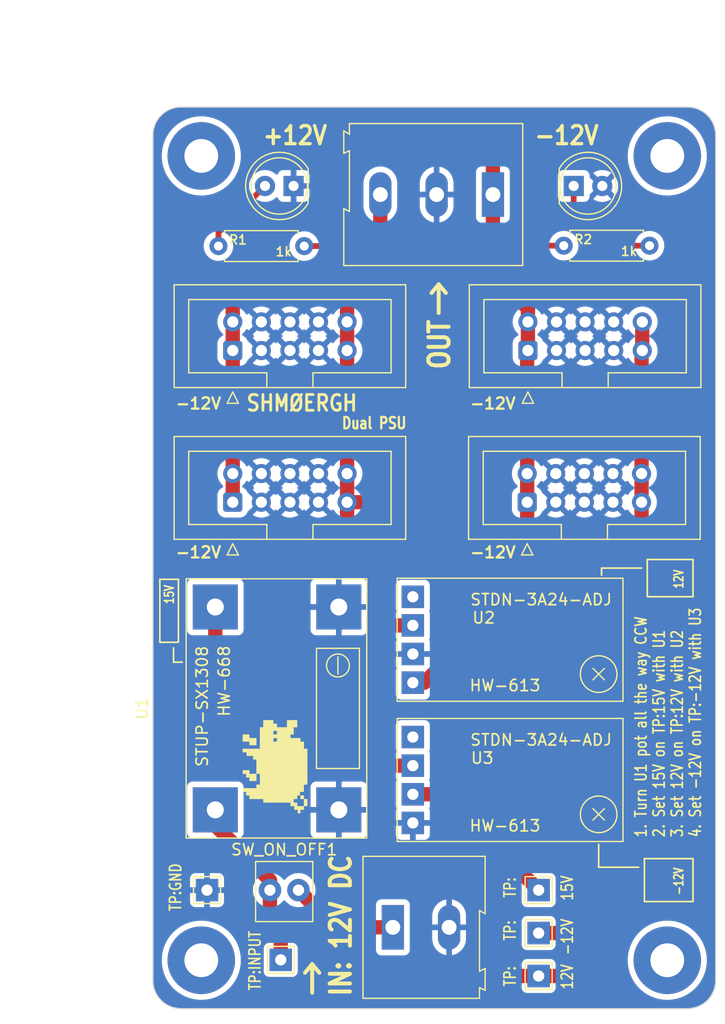
<source format=kicad_pcb>
(kicad_pcb (version 20221018) (generator pcbnew)
  (layers (0 "F.Cu" signal) (31 "B.Cu" signal) (34 "B.Paste" user) (35 "F.Paste" user) (36 "B.SilkS" user "B.Silkscreen") (37 "F.SilkS" user "F.Silkscreen") (38 "B.Mask" user) (39 "F.Mask" user) (44 "Edge.Cuts" user))
  (net 0 "")
  (net 1 "GND")
  (net 2 "OUT_-12V")
  (net 3 "OUT_12V")
  (net 4 "Net-(D1-A)")
  (net 5 "Net-(D2-K)")
  (net 6 "Net-(SW_ON_OFF1-A)")
  (net 7 "Net-(U1-Out+)")
  (net 8 "Net-(SW_ON_OFF1-B)")
  (footprint "Connector_IDC:IDC-Header_2x05_P2.54mm_Vertical" (layer "F.Cu") (at 155.820219 84.104586 90)
    (fp_text reference "J2" hide)
    (fp_text value "Conn_02x05_Odd_Even")
    (fp_line (start -4.68 -0.5) (end -4.68 0.5) (stroke (width 0.12)) (layer "F.SilkS"))
    (fp_line (start -4.68 0.5) (end -3.68 0) (stroke (width 0.12)) (layer "F.SilkS"))
    (fp_line (start -3.68 0) (end -4.68 -0.5) (stroke (width 0.12)) (layer "F.SilkS"))
    (fp_line (start -3.29 -5.21) (end 5.83 -5.21) (stroke (width 0.12)) (layer "F.SilkS"))
    (fp_line (start -3.29 3.03) (end -1.98 3.03) (stroke (width 0.12)) (layer "F.SilkS"))
    (fp_line (start -3.29 15.37) (end -3.29 -5.21) (stroke (width 0.12)) (layer "F.SilkS"))
    (fp_line (start -1.98 -3.91) (end 4.52 -3.91) (stroke (width 0.12)) (layer "F.SilkS"))
    (fp_line (start -1.98 3.03) (end -1.98 -3.91) (stroke (width 0.12)) (layer "F.SilkS"))
    (fp_line (start -1.98 7.13) (end -3.29 7.13) (stroke (width 0.12)) (layer "F.SilkS"))
    (fp_line (start -1.98 7.13) (end -1.98 7.13) (stroke (width 0.12)) (layer "F.SilkS"))
    (fp_line (start -1.98 14.07) (end -1.98 7.13) (stroke (width 0.12)) (layer "F.SilkS"))
    (fp_line (start 4.52 -3.91) (end 4.52 14.07) (stroke (width 0.12)) (layer "F.SilkS"))
    (fp_line (start 4.52 14.07) (end -1.98 14.07) (stroke (width 0.12)) (layer "F.SilkS"))
    (fp_line (start 5.83 -5.21) (end 5.83 15.37) (stroke (width 0.12)) (layer "F.SilkS"))
    (fp_line (start 5.83 15.37) (end -3.29 15.37) (stroke (width 0.12)) (layer "F.SilkS"))
    (pad "1" thru_hole roundrect (at 0 0 90) (size 1.7 1.7) (drill 1) (layers "*.Cu" "*.Mask") (roundrect_rratio 0.1470588235) (net 2 "OUT_-12V"))
    (pad "2" thru_hole circle (at 2.54 0 90) (size 1.7 1.7) (drill 1) (layers "*.Cu" "*.Mask") (net 2 "OUT_-12V"))
    (pad "3" thru_hole circle (at 0 2.54 90) (size 1.7 1.7) (drill 1) (layers "*.Cu" "*.Mask") (net 1 "GND"))
    (pad "4" thru_hole circle (at 2.54 2.54 90) (size 1.7 1.7) (drill 1) (layers "*.Cu" "*.Mask") (net 1 "GND"))
    (pad "5" thru_hole circle (at 0 5.08 90) (size 1.7 1.7) (drill 1) (layers "*.Cu" "*.Mask") (net 1 "GND"))
    (pad "6" thru_hole circle (at 2.54 5.08 90) (size 1.7 1.7) (drill 1) (layers "*.Cu" "*.Mask") (net 1 "GND"))
    (pad "7" thru_hole circle (at 0 7.62 90) (size 1.7 1.7) (drill 1) (layers "*.Cu" "*.Mask") (net 1 "GND"))
    (pad "8" thru_hole circle (at 2.54 7.62 90) (size 1.7 1.7) (drill 1) (layers "*.Cu" "*.Mask") (net 1 "GND"))
    (pad "9" thru_hole circle (at 0 10.16 90) (size 1.7 1.7) (drill 1) (layers "*.Cu" "*.Mask") (net 3 "OUT_12V"))
    (pad "10" thru_hole circle (at 2.54 10.16 90) (size 1.7 1.7) (drill 1) (layers "*.Cu" "*.Mask") (net 3 "OUT_12V"))
  )
  (footprint "Connector_IDC:IDC-Header_2x05_P2.54mm_Vertical" (layer "F.Cu") (at 129.594 97.566586 90)
    (fp_text reference "J4" hide)
    (fp_text value "Conn_02x05_Odd_Even")
    (fp_line (start -4.68 -0.5) (end -4.68 0.5) (stroke (width 0.12)) (layer "F.SilkS"))
    (fp_line (start -4.68 0.5) (end -3.68 0) (stroke (width 0.12)) (layer "F.SilkS"))
    (fp_line (start -3.68 0) (end -4.68 -0.5) (stroke (width 0.12)) (layer "F.SilkS"))
    (fp_line (start -3.29 -5.21) (end 5.83 -5.21) (stroke (width 0.12)) (layer "F.SilkS"))
    (fp_line (start -3.29 3.03) (end -1.98 3.03) (stroke (width 0.12)) (layer "F.SilkS"))
    (fp_line (start -3.29 15.37) (end -3.29 -5.21) (stroke (width 0.12)) (layer "F.SilkS"))
    (fp_line (start -1.98 -3.91) (end 4.52 -3.91) (stroke (width 0.12)) (layer "F.SilkS"))
    (fp_line (start -1.98 3.03) (end -1.98 -3.91) (stroke (width 0.12)) (layer "F.SilkS"))
    (fp_line (start -1.98 7.13) (end -3.29 7.13) (stroke (width 0.12)) (layer "F.SilkS"))
    (fp_line (start -1.98 7.13) (end -1.98 7.13) (stroke (width 0.12)) (layer "F.SilkS"))
    (fp_line (start -1.98 14.07) (end -1.98 7.13) (stroke (width 0.12)) (layer "F.SilkS"))
    (fp_line (start 4.52 -3.91) (end 4.52 14.07) (stroke (width 0.12)) (layer "F.SilkS"))
    (fp_line (start 4.52 14.07) (end -1.98 14.07) (stroke (width 0.12)) (layer "F.SilkS"))
    (fp_line (start 5.83 -5.21) (end 5.83 15.37) (stroke (width 0.12)) (layer "F.SilkS"))
    (fp_line (start 5.83 15.37) (end -3.29 15.37) (stroke (width 0.12)) (layer "F.SilkS"))
    (pad "1" thru_hole roundrect (at 0 0 90) (size 1.7 1.7) (drill 1) (layers "*.Cu" "*.Mask") (roundrect_rratio 0.1470588235) (net 2 "OUT_-12V"))
    (pad "2" thru_hole circle (at 2.54 0 90) (size 1.7 1.7) (drill 1) (layers "*.Cu" "*.Mask") (net 2 "OUT_-12V"))
    (pad "3" thru_hole circle (at 0 2.54 90) (size 1.7 1.7) (drill 1) (layers "*.Cu" "*.Mask") (net 1 "GND"))
    (pad "4" thru_hole circle (at 2.54 2.54 90) (size 1.7 1.7) (drill 1) (layers "*.Cu" "*.Mask") (net 1 "GND"))
    (pad "5" thru_hole circle (at 0 5.08 90) (size 1.7 1.7) (drill 1) (layers "*.Cu" "*.Mask") (net 1 "GND"))
    (pad "6" thru_hole circle (at 2.54 5.08 90) (size 1.7 1.7) (drill 1) (layers "*.Cu" "*.Mask") (net 1 "GND"))
    (pad "7" thru_hole circle (at 0 7.62 90) (size 1.7 1.7) (drill 1) (layers "*.Cu" "*.Mask") (net 1 "GND"))
    (pad "8" thru_hole circle (at 2.54 7.62 90) (size 1.7 1.7) (drill 1) (layers "*.Cu" "*.Mask") (net 1 "GND"))
    (pad "9" thru_hole circle (at 0 10.16 90) (size 1.7 1.7) (drill 1) (layers "*.Cu" "*.Mask") (net 3 "OUT_12V"))
    (pad "10" thru_hole circle (at 2.54 10.16 90) (size 1.7 1.7) (drill 1) (layers "*.Cu" "*.Mask") (net 3 "OUT_12V"))
  )
  (footprint "Shmoergh-PSU-Custom-Footprints:Gyeszno" (layer "F.Cu") (at 133.35 121.031 -90)
    (fp_text reference "G***" hide)
    (fp_text value "LOGO" hide)
    (fp_poly (pts (xy 2.8702 -2.8702) (xy 3.5052 -2.8702) (xy 3.5052 -2.5654) (xy 2.8702 -2.5654) (xy 2.8702 -2.8702)) (stroke (width 0.01)) (fill solid) (layer "F.SilkS"))
    (fp_poly (pts (xy 2.8702 -2.2606) (xy 2.5527 -2.2606) (xy 2.5527 -2.5654) (xy 2.8702 -2.5654) (xy 2.8702 -2.2606)) (stroke (width 0.01)) (fill solid) (layer "F.SilkS"))
    (fp_poly (pts (xy -1.905 2.2733) (xy -2.2225 2.2733) (xy -2.2225 2.8702) (xy -2.8575 2.8702) (xy -2.8575 2.2733) (xy -2.54 2.2733) (xy -2.54 1.651) (xy -1.905 1.651) (xy -1.905 2.2733)) (stroke (width 0.01)) (fill solid) (layer "F.SilkS"))
    (fp_poly (pts (xy 1.27 2.2733) (xy 0.9525 2.2733) (xy 0.9525 2.5654) (xy 0.635 2.5654) (xy 0.635 2.8702) (xy 0.3175 2.8702) (xy 0.3175 2.2733) (xy 0.635 2.2733) (xy 0.635 1.651) (xy 1.27 1.651) (xy 1.27 2.2733)) (stroke (width 0.01)) (fill solid) (layer "F.SilkS"))
    (fp_poly (pts (xy 1.6002 -2.5654) (xy 2.2352 -2.5654) (xy 2.2352 -2.2098) (xy 2.5527 -2.2098) (xy 2.5527 -1.9685) (xy 2.8702 -1.9685) (xy 2.8702 -1.6637) (xy 3.1877 -1.6637) (xy 3.1877 -1.9685) (xy 3.5052 -1.9685) (xy 3.5052 -2.5654) (xy 3.8227 -2.5654) (xy 3.8227 -2.2606) (xy 4.1402 -2.2606) (xy 4.1402 -2.0193) (xy 3.8227 -2.0193) (xy 3.8227 -1.7145) (xy 3.5052 -1.7145) (xy 3.5052 -1.3716) (xy 3.1877 -1.3716) (xy 3.1877 1.0414) (xy 2.8702 1.0414) (xy 2.8702 2.2733) (xy 2.5527 2.2733) (xy 2.5527 2.5654) (xy 2.2352 2.5654) (xy 2.2352 2.8702) (xy 1.9177 2.8702) (xy 1.9177 1.651) (xy 1.6002 1.651) (xy 1.6002 1.3462) (xy 0.635 1.3462) (xy 0.635 1.651) (xy -0.635 1.651) (xy -0.635 1.9431) (xy -0.9525 1.9431) (xy -0.9525 2.5146) (xy -1.27 2.5146) (xy -1.27 2.8702) (xy -1.5875 2.8702) (xy -1.5875 1.3462) (xy -3.4925 1.3462) (xy -3.4925 1.0414) (xy -4.1275 1.0414) (xy -4.1275 0.1524) (xy -3.81 0.1524) (xy -3.81 -0.1651) (xy -3.4925 -0.1651) (xy -3.175 -0.1651) (xy -3.175 0.1524) (xy -2.8575 0.1524) (xy -2.8575 -0.1651) (xy -2.54 -0.1651) (xy -2.54 0.1524) (xy -2.2225 0.1524) (xy -2.2225 -0.1651) (xy -2.54 -0.1651) (xy -2.8575 -0.1651) (xy -3.175 -0.1651) (xy -3.4925 -0.1651) (xy -3.4925 -1.0668) (xy -4.1275 -1.0668) (xy -4.1275 -1.9685) (xy -3.4925 -1.9685) (xy -3.4925 -1.6637) (xy -2.8575 -1.6637) (xy -2.8575 -1.3716) (xy -2.54 -1.3716) (xy -2.54 -2.2606) (xy -2.2225 -2.2606) (xy -2.2225 -2.5654) (xy -1.5875 -2.5654) (xy -1.5875 -2.8702) (xy 1.6002 -2.8702) (xy 1.6002 -2.5654)) (stroke (width 0.01)) (fill solid) (layer "F.SilkS"))
  )
  (footprint "TerminalBlock:TerminalBlock_Altech_AK300-3_P5.00mm" (layer "F.Cu") (at 152.708 70.266 180)
    (fp_text reference "J_OUT1" hide)
    (fp_text value "Conn_01x03_Male")
    (fp_line (start -2.65 -6.3) (end -2.65 6.3) (stroke (width 0.12)) (layer "F.SilkS"))
    (fp_line (start -2.65 6.3) (end 12.75 6.3) (stroke (width 0.12)) (layer "F.SilkS"))
    (fp_line (start 12.75 -1.5) (end 13.25 -1.25) (stroke (width 0.12)) (layer "F.SilkS"))
    (fp_line (start 12.75 3.9) (end 12.75 -1.5) (stroke (width 0.12)) (layer "F.SilkS"))
    (fp_line (start 12.75 5.35) (end 13.25 5.65) (stroke (width 0.12)) (layer "F.SilkS"))
    (fp_line (start 12.75 6.3) (end 12.75 5.35) (stroke (width 0.12)) (layer "F.SilkS"))
    (fp_line (start 13.25 -6.3) (end -2.65 -6.3) (stroke (width 0.12)) (layer "F.SilkS"))
    (fp_line (start 13.25 -1.25) (end 13.25 -6.3) (stroke (width 0.12)) (layer "F.SilkS"))
    (fp_line (start 13.25 3.65) (end 12.75 3.9) (stroke (width 0.12)) (layer "F.SilkS"))
    (fp_line (start 13.25 5.65) (end 13.25 3.65) (stroke (width 0.12)) (layer "F.SilkS"))
    (pad "1" thru_hole rect (at 0 0 180) (size 1.98 3.96) (drill 1.32) (layers "*.Cu" "*.Mask") (net 2 "OUT_-12V"))
    (pad "2" thru_hole oval (at 5 0 180) (size 1.98 3.96) (drill 1.32) (layers "*.Cu" "*.Mask") (net 1 "GND"))
    (pad "3" thru_hole oval (at 10 0 180) (size 1.98 3.96) (drill 1.32) (layers "*.Cu" "*.Mask") (net 3 "OUT_12V"))
  )
  (footprint "TestPoint:TestPoint_THTPad_2.0x2.0mm_Drill1.0mm" (layer "F.Cu") (at 156.772 139.608)
    (fp_text reference "TP_12V1" hide)
    (fp_text value "TestPoint")
    (fp_line (start -1.2 -1.2) (end 1.2 -1.2) (stroke (width 0.12)) (layer "F.SilkS"))
    (fp_line (start -1.2 1.2) (end -1.2 -1.2) (stroke (width 0.12)) (layer "F.SilkS"))
    (fp_line (start 1.2 -1.2) (end 1.2 1.2) (stroke (width 0.12)) (layer "F.SilkS"))
    (fp_line (start 1.2 1.2) (end -1.2 1.2) (stroke (width 0.12)) (layer "F.SilkS"))
    (pad "1" thru_hole rect (at 0 0) (size 2 2) (drill 1) (layers "*.Cu" "*.Mask") (net 3 "OUT_12V"))
  )
  (footprint "TerminalBlock:TerminalBlock_Altech_AK300-2_P5.00mm" (layer "F.Cu") (at 143.818 135.29)
    (fp_text reference "J_IN_12V1" hide)
    (fp_text value "Jack-DC")
    (fp_line (start -2.65 -6.3) (end -2.65 6.3) (stroke (width 0.12)) (layer "F.SilkS"))
    (fp_line (start -2.65 6.3) (end 7.7 6.3) (stroke (width 0.12)) (layer "F.SilkS"))
    (fp_line (start 7.7 -1.5) (end 8.2 -1.2) (stroke (width 0.12)) (layer "F.SilkS"))
    (fp_line (start 7.7 3.9) (end 7.7 -1.5) (stroke (width 0.12)) (layer "F.SilkS"))
    (fp_line (start 7.7 5.35) (end 8.2 5.6) (stroke (width 0.12)) (layer "F.SilkS"))
    (fp_line (start 7.7 6.3) (end 7.7 5.35) (stroke (width 0.12)) (layer "F.SilkS"))
    (fp_line (start 8.2 -6.3) (end -2.65 -6.3) (stroke (width 0.12)) (layer "F.SilkS"))
    (fp_line (start 8.2 -1.2) (end 8.2 -6.3) (stroke (width 0.12)) (layer "F.SilkS"))
    (fp_line (start 8.2 3.65) (end 7.7 3.9) (stroke (width 0.12)) (layer "F.SilkS"))
    (fp_line (start 8.2 3.7) (end 8.2 3.65) (stroke (width 0.12)) (layer "F.SilkS"))
    (fp_line (start 8.2 5.6) (end 8.2 3.7) (stroke (width 0.12)) (layer "F.SilkS"))
    (pad "1" thru_hole rect (at 0 0) (size 1.98 3.96) (drill 1.32) (layers "*.Cu" "*.Mask") (net 6 "Net-(SW_ON_OFF1-A)"))
    (pad "2" thru_hole oval (at 5 0) (size 1.98 3.96) (drill 1.32) (layers "*.Cu" "*.Mask") (net 1 "GND"))
  )
  (footprint "TestPoint:TestPoint_THTPad_2.0x2.0mm_Drill1.0mm" (layer "F.Cu") (at 156.772 131.988)
    (fp_text reference "TP_15V1" hide)
    (fp_text value "TestPoint")
    (fp_line (start -1.2 -1.2) (end 1.2 -1.2) (stroke (width 0.12)) (layer "F.SilkS"))
    (fp_line (start -1.2 1.2) (end -1.2 -1.2) (stroke (width 0.12)) (layer "F.SilkS"))
    (fp_line (start 1.2 -1.2) (end 1.2 1.2) (stroke (width 0.12)) (layer "F.SilkS"))
    (fp_line (start 1.2 1.2) (end -1.2 1.2) (stroke (width 0.12)) (layer "F.SilkS"))
    (pad "1" thru_hole rect (at 0 0) (size 2 2) (drill 1) (layers "*.Cu" "*.Mask") (net 7 "Net-(U1-Out+)"))
  )
  (footprint "Shmoergh-PSU-Custom-Footprints:NSL25_01x02_Vertical" (layer "F.Cu") (at 135.436 131.988 180)
    (fp_text reference "SW_ON_OFF1" (at 1.27 3.591 180) (layer "F.SilkS"))
    (fp_text value "SW_SPST")
    (fp_line (start -1.27 -2.794) (end 3.81 -2.794) (stroke (width 0.12)) (layer "F.SilkS"))
    (fp_line (start -1.27 2.54) (end -1.27 -2.794) (stroke (width 0.12)) (layer "F.SilkS"))
    (fp_line (start 3.81 -2.794) (end 3.81 2.54) (stroke (width 0.12)) (layer "F.SilkS"))
    (fp_line (start 3.81 2.54) (end -1.27 2.54) (stroke (width 0.12)) (layer "F.SilkS"))
    (pad "1" thru_hole circle (at 0 0 180) (size 2 2) (drill 1) (layers "*.Cu" "*.Mask") (net 6 "Net-(SW_ON_OFF1-A)"))
    (pad "2" thru_hole circle (at 2.54 0 180) (size 2 2) (drill 1) (layers "*.Cu" "*.Mask") (net 8 "Net-(SW_ON_OFF1-B)"))
  )
  (footprint "Shmoergh-PSU-Custom-Footprints:STUP-SX1308" (layer "F.Cu") (at 131.4484 115.864086 90)
    (fp_text reference "U1" (at 0 -9.906 90 unlocked) (layer "F.SilkS"))
    (fp_text value "STUP_SX1308")
    (fp_text user "HW-668" (at 5.6642 -2.6162 90 unlocked) (layer "F.SilkS") (effects (justify right)))
    (fp_text user "STUP-SX1308" (at 5.6388 -4.572 90 unlocked) (layer "F.SilkS") (effects (justify right)))
    (fp_line (start 3.048 7.493) (end 4.572 7.493) (stroke (width 0.12)) (layer "F.SilkS"))
    (fp_rect (start -11.5 -5.9944) (end 11.5 10.0516) (stroke (width 0.12)) (fill none) (layer "F.SilkS"))
    (fp_rect (start -5.334 5.588) (end 5.334 9.398) (stroke (width 0.12)) (fill none) (layer "F.SilkS"))
    (fp_circle (center 3.81 7.493) (end 4.826 7.493) (stroke (width 0.12)) (fill none) (layer "F.SilkS"))
    (pad "1" thru_hole rect (at -9 -3.4036 90) (size 4 4) (drill 1.508) (layers "*.Cu" "*.Mask") (net 8 "Net-(SW_ON_OFF1-B)"))
    (pad "2" thru_hole rect (at -9 7.5692 90) (size 4 4) (drill 1.508) (layers "*.Cu" "*.Mask") (net 1 "GND"))
    (pad "3" thru_hole rect (at 9 -3.4036 90) (size 4 4) (drill 1.508) (layers "*.Cu" "*.Mask") (net 7 "Net-(U1-Out+)"))
    (pad "4" thru_hole rect (at 9 7.5692 90) (size 4 4) (drill 1.508) (layers "*.Cu" "*.Mask") (net 1 "GND"))
  )
  (footprint "Shmoergh-PSU-Custom-Footprints:STDN-3A24-ADJ" (layer "F.Cu") (at 154.232 122.214086)
    (fp_text reference "U3" (at -2.467 -1.945086 unlocked) (layer "F.SilkS"))
    (fp_text value "STDN-3A24-ADJ")
    (fp_text user "HW-613" (at 2.794 4.064 unlocked) (layer "F.SilkS") (effects (justify right)))
    (fp_text user "STDN-3A24-ADJ" (at 9.144 -3.556 unlocked) (layer "F.SilkS") (effects (justify right)))
    (fp_line (start 7.366 2.54) (end 8.382 3.556) (stroke (width 0.12)) (layer "F.SilkS"))
    (fp_line (start 8.382 2.54) (end 7.366 3.556) (stroke (width 0.12)) (layer "F.SilkS"))
    (fp_rect (start -10.033 -5.461) (end 10.033 5.461) (stroke (width 0.12)) (fill none) (layer "F.SilkS"))
    (fp_circle (center 7.874 3.048) (end 9.144 4.064) (stroke (width 0.12)) (fill none) (layer "F.SilkS"))
    (pad "1" thru_hole rect (at -8.636 -3.81) (size 2 2) (drill 1) (layers "*.Cu" "*.Mask"))
    (pad "2" thru_hole rect (at -8.636 -1.27) (size 2 2) (drill 1) (layers "*.Cu" "*.Mask") (net 7 "Net-(U1-Out+)"))
    (pad "3" thru_hole rect (at -8.636 1.27) (size 2 2) (drill 1) (layers "*.Cu" "*.Mask") (net 2 "OUT_-12V"))
    (pad "4" thru_hole rect (at -8.636 3.81) (size 2 2) (drill 1) (layers "*.Cu" "*.Mask") (net 1 "GND"))
  )
  (footprint "Connector_IDC:IDC-Header_2x05_P2.54mm_Vertical" (layer "F.Cu") (at 155.756 97.566586 90)
    (fp_text reference "J1" hide)
    (fp_text value "Conn_02x05_Odd_Even")
    (fp_line (start -4.68 -0.5) (end -4.68 0.5) (stroke (width 0.12)) (layer "F.SilkS"))
    (fp_line (start -4.68 0.5) (end -3.68 0) (stroke (width 0.12)) (layer "F.SilkS"))
    (fp_line (start -3.68 0) (end -4.68 -0.5) (stroke (width 0.12)) (layer "F.SilkS"))
    (fp_line (start -3.29 -5.21) (end 5.83 -5.21) (stroke (width 0.12)) (layer "F.SilkS"))
    (fp_line (start -3.29 3.03) (end -1.98 3.03) (stroke (width 0.12)) (layer "F.SilkS"))
    (fp_line (start -3.29 15.37) (end -3.29 -5.21) (stroke (width 0.12)) (layer "F.SilkS"))
    (fp_line (start -1.98 -3.91) (end 4.52 -3.91) (stroke (width 0.12)) (layer "F.SilkS"))
    (fp_line (start -1.98 3.03) (end -1.98 -3.91) (stroke (width 0.12)) (layer "F.SilkS"))
    (fp_line (start -1.98 7.13) (end -3.29 7.13) (stroke (width 0.12)) (layer "F.SilkS"))
    (fp_line (start -1.98 7.13) (end -1.98 7.13) (stroke (width 0.12)) (layer "F.SilkS"))
    (fp_line (start -1.98 14.07) (end -1.98 7.13) (stroke (width 0.12)) (layer "F.SilkS"))
    (fp_line (start 4.52 -3.91) (end 4.52 14.07) (stroke (width 0.12)) (layer "F.SilkS"))
    (fp_line (start 4.52 14.07) (end -1.98 14.07) (stroke (width 0.12)) (layer "F.SilkS"))
    (fp_line (start 5.83 -5.21) (end 5.83 15.37) (stroke (width 0.12)) (layer "F.SilkS"))
    (fp_line (start 5.83 15.37) (end -3.29 15.37) (stroke (width 0.12)) (layer "F.SilkS"))
    (pad "1" thru_hole roundrect (at 0 0 90) (size 1.7 1.7) (drill 1) (layers "*.Cu" "*.Mask") (roundrect_rratio 0.1470588235) (net 2 "OUT_-12V"))
    (pad "2" thru_hole circle (at 2.54 0 90) (size 1.7 1.7) (drill 1) (layers "*.Cu" "*.Mask") (net 2 "OUT_-12V"))
    (pad "3" thru_hole circle (at 0 2.54 90) (size 1.7 1.7) (drill 1) (layers "*.Cu" "*.Mask") (net 1 "GND"))
    (pad "4" thru_hole circle (at 2.54 2.54 90) (size 1.7 1.7) (drill 1) (layers "*.Cu" "*.Mask") (net 1 "GND"))
    (pad "5" thru_hole circle (at 0 5.08 90) (size 1.7 1.7) (drill 1) (layers "*.Cu" "*.Mask") (net 1 "GND"))
    (pad "6" thru_hole circle (at 2.54 5.08 90) (size 1.7 1.7) (drill 1) (layers "*.Cu" "*.Mask") (net 1 "GND"))
    (pad "7" thru_hole circle (at 0 7.62 90) (size 1.7 1.7) (drill 1) (layers "*.Cu" "*.Mask") (net 1 "GND"))
    (pad "8" thru_hole circle (at 2.54 7.62 90) (size 1.7 1.7) (drill 1) (layers "*.Cu" "*.Mask") (net 1 "GND"))
    (pad "9" thru_hole circle (at 0 10.16 90) (size 1.7 1.7) (drill 1) (layers "*.Cu" "*.Mask") (net 3 "OUT_12V"))
    (pad "10" thru_hole circle (at 2.54 10.16 90) (size 1.7 1.7) (drill 1) (layers "*.Cu" "*.Mask") (net 3 "OUT_12V"))
  )
  (footprint "TestPoint:TestPoint_THTPad_2.0x2.0mm_Drill1.0mm" (layer "F.Cu") (at 127.308 131.988)
    (fp_text reference "TP_GND1" hide)
    (fp_text value "TestPoint")
    (fp_line (start -1.2 -1.2) (end 1.2 -1.2) (stroke (width 0.12)) (layer "F.SilkS"))
    (fp_line (start -1.2 1.2) (end -1.2 -1.2) (stroke (width 0.12)) (layer "F.SilkS"))
    (fp_line (start 1.2 -1.2) (end 1.2 1.2) (stroke (width 0.12)) (layer "F.SilkS"))
    (fp_line (start 1.2 1.2) (end -1.2 1.2) (stroke (width 0.12)) (layer "F.SilkS"))
    (pad "1" thru_hole rect (at 0 0) (size 2 2) (drill 1) (layers "*.Cu" "*.Mask") (net 1 "GND"))
  )
  (footprint "Shmoergh-PSU-Custom-Footprints:R_Axial_DIN0207_L6.3mm_D2.5mm_P7.62mm_Horizontal" (layer "F.Cu") (at 128.324 74.838)
    (fp_text reference "R1" (at 0.85 -0.55) (layer "F.SilkS") (effects (font (size 0.8 0.8)) (justify left)))
    (fp_text value "1k" (at 6.6 0.5) (layer "F.SilkS") (effects (font (size 0.8 0.8)) (justify right)))
    (fp_line (start 0.54 -1.37) (end 7.08 -1.37) (stroke (width 0.12)) (layer "F.SilkS"))
    (fp_line (start 0.54 -1.04) (end 0.54 -1.37) (stroke (width 0.12)) (layer "F.SilkS"))
    (fp_line (start 0.54 1.04) (end 0.54 1.37) (stroke (width 0.12)) (layer "F.SilkS"))
    (fp_line (start 0.54 1.37) (end 7.08 1.37) (stroke (width 0.12)) (layer "F.SilkS"))
    (fp_line (start 7.08 -1.37) (end 7.08 -1.04) (stroke (width 0.12)) (layer "F.SilkS"))
    (fp_line (start 7.08 1.37) (end 7.08 1.04) (stroke (width 0.12)) (layer "F.SilkS"))
    (pad "1" thru_hole circle (at 0 0) (size 1.6 1.6) (drill 0.8) (layers "*.Cu" "*.Mask") (net 4 "Net-(D1-A)"))
    (pad "2" thru_hole oval (at 7.62 0) (size 1.6 1.6) (drill 0.8) (layers "*.Cu" "*.Mask") (net 3 "OUT_12V"))
  )
  (footprint "MountingHole:MountingHole_3mm_Pad" (layer "F.Cu") (at 126.8 66.837)
    (fp_text reference "H1" hide)
    (fp_text value "MountingHole")
    (pad "1" thru_hole circle (at 0 0) (size 6 6) (drill 3) (layers "*.Cu" "*.Mask"))
  )
  (footprint "MountingHole:MountingHole_3mm_Pad" (layer "F.Cu") (at 168.202 66.837)
    (fp_text reference "H2" hide)
    (fp_text value "MountingHole")
    (pad "1" thru_hole circle (at 0 0) (size 6 6) (drill 3) (layers "*.Cu" "*.Mask"))
  )
  (footprint "LED_THT:LED_D5.0mm" (layer "F.Cu") (at 159.888 69.504)
    (fp_text reference "D2" hide)
    (fp_text value "Red LED")
    (fp_line (start -1.29 -1.545) (end -1.29 1.545) (stroke (width 0.12)) (layer "F.SilkS"))
    (fp_arc (start -1.29 -1.54483) (mid 2.072002 -2.880433) (end 4.26 0.000462) (stroke (width 0.12)) (layer "F.SilkS"))
    (fp_arc (start 4.26 -0.000462) (mid 2.072002 2.880433) (end -1.29 1.54483) (stroke (width 0.12)) (layer "F.SilkS"))
    (fp_circle (center 1.27 0) (end 3.77 0) (stroke (width 0.12)) (fill none) (layer "F.SilkS"))
    (pad "1" thru_hole rect (at 0 0) (size 1.8 1.8) (drill 0.9) (layers "*.Cu" "*.Mask") (net 5 "Net-(D2-K)"))
    (pad "2" thru_hole circle (at 2.54 0) (size 1.8 1.8) (drill 0.9) (layers "*.Cu" "*.Mask") (net 1 "GND"))
  )
  (footprint "Shmoergh-PSU-Custom-Footprints:STDN-3A24-ADJ" (layer "F.Cu") (at 154.232 109.768086)
    (fp_text reference "U2" (at -2.34 -1.945086 unlocked) (layer "F.SilkS"))
    (fp_text value "STDN-3A24-ADJ")
    (fp_text user "STDN-3A24-ADJ" (at 9.144 -3.556 unlocked) (layer "F.SilkS") (effects (justify right)))
    (fp_text user "HW-613" (at 2.794 4.064 unlocked) (layer "F.SilkS") (effects (justify right)))
    (fp_line (start 7.366 2.54) (end 8.382 3.556) (stroke (width 0.12)) (layer "F.SilkS"))
    (fp_line (start 8.382 2.54) (end 7.366 3.556) (stroke (width 0.12)) (layer "F.SilkS"))
    (fp_rect (start -10.033 -5.461) (end 10.033 5.461) (stroke (width 0.12)) (fill none) (layer "F.SilkS"))
    (fp_circle (center 7.874 3.048) (end 9.144 4.064) (stroke (width 0.12)) (fill none) (layer "F.SilkS"))
    (pad "1" thru_hole rect (at -8.636 -3.81) (size 2 2) (drill 1) (layers "*.Cu" "*.Mask"))
    (pad "2" thru_hole rect (at -8.636 -1.27) (size 2 2) (drill 1) (layers "*.Cu" "*.Mask") (net 7 "Net-(U1-Out+)"))
    (pad "3" thru_hole rect (at -8.636 1.27) (size 2 2) (drill 1) (layers "*.Cu" "*.Mask") (net 1 "GND"))
    (pad "4" thru_hole rect (at -8.636 3.81) (size 2 2) (drill 1) (layers "*.Cu" "*.Mask") (net 3 "OUT_12V"))
  )
  (footprint "MountingHole:MountingHole_3mm_Pad" (layer "F.Cu") (at 168.202 138.211)
    (fp_text reference "H4" hide)
    (fp_text value "MountingHole")
    (pad "1" thru_hole circle (at 0 0) (size 6 6) (drill 3) (layers "*.Cu" "*.Mask"))
  )
  (footprint "LED_THT:LED_D5.0mm" (layer "F.Cu") (at 135.001 69.504 180)
    (fp_text reference "D1" hide)
    (fp_text value "Green LED")
    (fp_line (start -1.29 -1.545) (end -1.29 1.545) (stroke (width 0.12)) (layer "F.SilkS"))
    (fp_arc (start -1.29 -1.54483) (mid 2.072002 -2.880433) (end 4.26 0.000462) (stroke (width 0.12)) (layer "F.SilkS"))
    (fp_arc (start 4.26 -0.000462) (mid 2.072002 2.880433) (end -1.29 1.54483) (stroke (width 0.12)) (layer "F.SilkS"))
    (fp_circle (center 1.27 0) (end 3.77 0) (stroke (width 0.12)) (fill none) (layer "F.SilkS"))
    (pad "1" thru_hole rect (at 0 0 180) (size 1.8 1.8) (drill 0.9) (layers "*.Cu" "*.Mask") (net 1 "GND"))
    (pad "2" thru_hole circle (at 2.54 0 180) (size 1.8 1.8) (drill 0.9) (layers "*.Cu" "*.Mask") (net 4 "Net-(D1-A)"))
  )
  (footprint "Connector_IDC:IDC-Header_2x05_P2.54mm_Vertical" (layer "F.Cu") (at 129.594 84.104586 90)
    (fp_text reference "J3" hide)
    (fp_text value "Conn_02x05_Odd_Even")
    (fp_line (start -4.68 -0.5) (end -4.68 0.5) (stroke (width 0.12)) (layer "F.SilkS"))
    (fp_line (start -4.68 0.5) (end -3.68 0) (stroke (width 0.12)) (layer "F.SilkS"))
    (fp_line (start -3.68 0) (end -4.68 -0.5) (stroke (width 0.12)) (layer "F.SilkS"))
    (fp_line (start -3.29 -5.21) (end 5.83 -5.21) (stroke (width 0.12)) (layer "F.SilkS"))
    (fp_line (start -3.29 3.03) (end -1.98 3.03) (stroke (width 0.12)) (layer "F.SilkS"))
    (fp_line (start -3.29 15.37) (end -3.29 -5.21) (stroke (width 0.12)) (layer "F.SilkS"))
    (fp_line (start -1.98 -3.91) (end 4.52 -3.91) (stroke (width 0.12)) (layer "F.SilkS"))
    (fp_line (start -1.98 3.03) (end -1.98 -3.91) (stroke (width 0.12)) (layer "F.SilkS"))
    (fp_line (start -1.98 7.13) (end -3.29 7.13) (stroke (width 0.12)) (layer "F.SilkS"))
    (fp_line (start -1.98 7.13) (end -1.98 7.13) (stroke (width 0.12)) (layer "F.SilkS"))
    (fp_line (start -1.98 14.07) (end -1.98 7.13) (stroke (width 0.12)) (layer "F.SilkS"))
    (fp_line (start 4.52 -3.91) (end 4.52 14.07) (stroke (width 0.12)) (layer "F.SilkS"))
    (fp_line (start 4.52 14.07) (end -1.98 14.07) (stroke (width 0.12)) (layer "F.SilkS"))
    (fp_line (start 5.83 -5.21) (end 5.83 15.37) (stroke (width 0.12)) (layer "F.SilkS"))
    (fp_line (start 5.83 15.37) (end -3.29 15.37) (stroke (width 0.12)) (layer "F.SilkS"))
    (pad "1" thru_hole roundrect (at 0 0 90) (size 1.7 1.7) (drill 1) (layers "*.Cu" "*.Mask") (roundrect_rratio 0.1470588235) (net 2 "OUT_-12V"))
    (pad "2" thru_hole circle (at 2.54 0 90) (size 1.7 1.7) (drill 1) (layers "*.Cu" "*.Mask") (net 2 "OUT_-12V"))
    (pad "3" thru_hole circle (at 0 2.54 90) (size 1.7 1.7) (drill 1) (layers "*.Cu" "*.Mask") (net 1 "GND"))
    (pad "4" thru_hole circle (at 2.54 2.54 90) (size 1.7 1.7) (drill 1) (layers "*.Cu" "*.Mask") (net 1 "GND"))
    (pad "5" thru_hole circle (at 0 5.08 90) (size 1.7 1.7) (drill 1) (layers "*.Cu" "*.Mask") (net 1 "GND"))
    (pad "6" thru_hole circle (at 2.54 5.08 90) (size 1.7 1.7) (drill 1) (layers "*.Cu" "*.Mask") (net 1 "GND"))
    (pad "7" thru_hole circle (at 0 7.62 90) (size 1.7 1.7) (drill 1) (layers "*.Cu" "*.Mask") (net 1 "GND"))
    (pad "8" thru_hole circle (at 2.54 7.62 90) (size 1.7 1.7) (drill 1) (layers "*.Cu" "*.Mask") (net 1 "GND"))
    (pad "9" thru_hole circle (at 0 10.16 90) (size 1.7 1.7) (drill 1) (layers "*.Cu" "*.Mask") (net 3 "OUT_12V"))
    (pad "10" thru_hole circle (at 2.54 10.16 90) (size 1.7 1.7) (drill 1) (layers "*.Cu" "*.Mask") (net 3 "OUT_12V"))
  )
  (footprint "TestPoint:TestPoint_THTPad_2.0x2.0mm_Drill1.0mm" (layer "F.Cu") (at 156.772 135.798)
    (fp_text reference "TP_-12V1" hide)
    (fp_text value "TestPoint")
    (fp_line (start -1.2 -1.2) (end 1.2 -1.2) (stroke (width 0.12)) (layer "F.SilkS"))
    (fp_line (start -1.2 1.2) (end -1.2 -1.2) (stroke (width 0.12)) (layer "F.SilkS"))
    (fp_line (start 1.2 -1.2) (end 1.2 1.2) (stroke (width 0.12)) (layer "F.SilkS"))
    (fp_line (start 1.2 1.2) (end -1.2 1.2) (stroke (width 0.12)) (layer "F.SilkS"))
    (pad "1" thru_hole rect (at 0 0) (size 2 2) (drill 1) (layers "*.Cu" "*.Mask") (net 2 "OUT_-12V"))
  )
  (footprint "Shmoergh-PSU-Custom-Footprints:R_Axial_DIN0207_L6.3mm_D2.5mm_P7.62mm_Horizontal" (layer "F.Cu") (at 159.004 74.803)
    (fp_text reference "R2" (at 0.85 -0.55) (layer "F.SilkS") (effects (font (size 0.8 0.8)) (justify left)))
    (fp_text value "1k" (at 6.6 0.5) (layer "F.SilkS") (effects (font (size 0.8 0.8)) (justify right)))
    (fp_line (start 0.54 -1.37) (end 7.08 -1.37) (stroke (width 0.12)) (layer "F.SilkS"))
    (fp_line (start 0.54 -1.04) (end 0.54 -1.37) (stroke (width 0.12)) (layer "F.SilkS"))
    (fp_line (start 0.54 1.04) (end 0.54 1.37) (stroke (width 0.12)) (layer "F.SilkS"))
    (fp_line (start 0.54 1.37) (end 7.08 1.37) (stroke (width 0.12)) (layer "F.SilkS"))
    (fp_line (start 7.08 -1.37) (end 7.08 -1.04) (stroke (width 0.12)) (layer "F.SilkS"))
    (fp_line (start 7.08 1.37) (end 7.08 1.04) (stroke (width 0.12)) (layer "F.SilkS"))
    (pad "1" thru_hole circle (at 0 0) (size 1.6 1.6) (drill 0.8) (layers "*.Cu" "*.Mask") (net 2 "OUT_-12V"))
    (pad "2" thru_hole oval (at 7.62 0) (size 1.6 1.6) (drill 0.8) (layers "*.Cu" "*.Mask") (net 5 "Net-(D2-K)"))
  )
  (footprint "MountingHole:MountingHole_3mm_Pad" (layer "F.Cu") (at 126.8 138.211)
    (fp_text reference "H3" hide)
    (fp_text value "MountingHole")
    (pad "1" thru_hole circle (at 0 0) (size 6 6) (drill 3) (layers "*.Cu" "*.Mask"))
  )
  (footprint "TestPoint:TestPoint_THTPad_2.0x2.0mm_Drill1.0mm" (layer "F.Cu") (at 133.858 138.176)
    (fp_text reference "TP_INPUT1" hide)
    (fp_text value "TestPoint")
    (fp_line (start -1.2 -1.2) (end 1.2 -1.2) (stroke (width 0.12)) (layer "F.SilkS"))
    (fp_line (start -1.2 1.2) (end -1.2 -1.2) (stroke (width 0.12)) (layer "F.SilkS"))
    (fp_line (start 1.2 -1.2) (end 1.2 1.2) (stroke (width 0.12)) (layer "F.SilkS"))
    (fp_line (start 1.2 1.2) (end -1.2 1.2) (stroke (width 0.12)) (layer "F.SilkS"))
    (pad "1" thru_hole rect (at 0 0) (size 2 2) (drill 1) (layers "*.Cu" "*.Mask") (net 8 "Net-(SW_ON_OFF1-B)"))
  )
  (gr_line (start 124.333 110.49) (end 124.333 111.76) (stroke (width 0.15)) (layer "F.SilkS"))
  (gr_line (start 162.106 129.956) (end 162.106 127.924) (stroke (width 0.15)) (layer "F.SilkS"))
  (gr_rect (start 166.424 102.651) (end 170.488 105.953) (stroke (width 0.15)) (fill none) (layer "F.SilkS"))
  (gr_line (start 124.333 111.76) (end 125.095 111.76) (stroke (width 0.15)) (layer "F.SilkS"))
  (gr_line (start 136.652 138.557) (end 136.017 139.319) (stroke (width 0.35)) (layer "F.SilkS"))
  (gr_line (start 147.8915 78.232) (end 148.5265 78.994) (stroke (width 0.35)) (layer "F.SilkS"))
  (gr_rect (start 166.17 129.194) (end 170.488 133.004) (stroke (width 0.15)) (fill none) (layer "F.SilkS"))
  (gr_line (start 147.8915 78.232) (end 147.2565 78.994) (stroke (width 0.35)) (layer "F.SilkS"))
  (gr_line (start 147.8915 80.772) (end 147.8915 78.232) (stroke (width 0.35)) (layer "F.SilkS"))
  (gr_line (start 136.652 141.097) (end 136.652 138.557) (stroke (width 0.35)) (layer "F.SilkS"))
  (gr_line (start 136.652 138.557) (end 137.287 139.319) (stroke (width 0.35)) (layer "F.SilkS"))
  (gr_line (start 165.662 129.956) (end 162.106 129.956) (stroke (width 0.15)) (layer "F.SilkS"))
  (gr_rect (start 123.117 104.406) (end 124.768 109.994) (stroke (width 0.15)) (fill none) (layer "F.SilkS"))
  (gr_line (start 162.36 103.413) (end 162.36 104.048) (stroke (width 0.15)) (layer "F.SilkS"))
  (gr_line (start 165.916 103.413) (end 162.36 103.413) (stroke (width 0.15)) (layer "F.SilkS"))
  (gr_line (start 125 142.5) (end 170 142.5) (stroke (width 0.1)) (layer "Edge.Cuts"))
  (gr_line (start 122.5 65) (end 122.5 140) (stroke (width 0.1)) (layer "Edge.Cuts"))
  (gr_arc (start 125 142.5) (mid 123.232233 141.767767) (end 122.5 140) (stroke (width 0.1)) (layer "Edge.Cuts"))
  (gr_arc (start 172.5 140) (mid 171.767767 141.767767) (end 170 142.5) (stroke (width 0.1)) (layer "Edge.Cuts"))
  (gr_arc (start 170 62.5) (mid 171.767767 63.232233) (end 172.5 65) (stroke (width 0.1)) (layer "Edge.Cuts"))
  (gr_line (start 125 62.5) (end 170 62.5) (stroke (width 0.1)) (layer "Edge.Cuts"))
  (gr_line (start 172.5 140) (end 172.5 65) (stroke (width 0.1)) (layer "Edge.Cuts"))
  (gr_arc (start 122.5 65) (mid 123.232233 63.232233) (end 125 62.5) (stroke (width 0.1)) (layer "Edge.Cuts"))
  (gr_text "SHMØERGH" (at 130.683 88.773) (layer "F.SilkS") (effects (font (size 1.4 1.2) (thickness 0.25)) (justify left)))
  (gr_text "1. Turn U1 pot all the way CCW\n2. Set 15V on TP:15V with U1\n3. Set 12V on TP:12V with U2\n4. Set -12V on TP:-12V with U3" (at 168.275 127.381 90) (layer "F.SilkS") (effects (font (size 1 0.8)) (justify left)))
  (gr_text "-12V" (at 169.218 132.496 90) (layer "F.SilkS") (effects (font (size 0.8 0.6)) (justify left)))
  (gr_text "TP:GND" (at 124.514 131.734 90) (layer "F.SilkS") (effects (font (size 1 0.8))))
  (gr_text "15V" (at 159.312 133.004 90) (layer "F.SilkS") (effects (font (size 1 0.8)) (justify left)))
  (gr_text "-12V" (at 159.312 137.83 90) (layer "F.SilkS") (effects (font (size 1 0.8)) (justify left)))
  (gr_text "-12V" (at 126.546 88.808) (layer "F.SilkS") (effects (font (size 1 1) (thickness 0.2))))
  (gr_text "-12V" (at 126.546 102.016) (layer "F.SilkS") (effects (font (size 1 1) (thickness 0.2))))
  (gr_text "12V" (at 169.218 105.318 90) (layer "F.SilkS") (effects (font (size 0.8 0.6)) (justify left)))
  (gr_text "IN: 12V DC" (at 139.192 135.128 90) (layer "F.SilkS") (effects (font (size 1.8 1.5) (thickness 0.35))))
  (gr_text "TP:" (at 154.232 136.56 90) (layer "F.SilkS") (effects (font (size 1 0.8)) (justify left)))
  (gr_text "+12V" (at 135.128 65.024) (layer "F.SilkS") (effects (font (size 1.6 1.4) (thickness 0.3))))
  (gr_text "OUT" (at 147.955 83.566 90) (layer "F.SilkS") (effects (font (size 1.8 1.5) (thickness 0.35))))
  (gr_text "Dual PSU" (at 139.192 90.551) (layer "F.SilkS") (effects (font (size 1 0.8) (thickness 0.2)) (justify left)))
  (gr_text "-12V" (at 152.708 102.016) (layer "F.SilkS") (effects (font (size 1 1) (thickness 0.2))))
  (gr_text "15V" (at 123.952 106.68 90) (layer "F.SilkS") (effects (font (size 0.8 0.6)) (justify left)))
  (gr_text "TP:" (at 154.232 132.75 90) (layer "F.SilkS") (effects (font (size 1 0.8)) (justify left)))
  (gr_text "-12V" (at 152.708 88.808) (layer "F.SilkS") (effects (font (size 1 1) (thickness 0.2))))
  (gr_text "-12V" (at 159.258 65.024) (layer "F.SilkS") (effects (font (size 1.6 1.4) (thickness 0.3))))
  (gr_text "TP:" (at 154.232 140.624 90) (layer "F.SilkS") (effects (font (size 1 0.8)) (justify left)))
  (gr_text "12V" (at 159.312 140.878 90) (layer "F.SilkS") (effects (font (size 1 0.8)) (justify left)))
  (gr_text "TP:INPUT" (at 131.572 140.97 90) (layer "F.SilkS") (effects (font (size 1 0.8)) (justify left)))
  (segment (start 129.594 89.824) (end 129.594 84.104586) (width 1.27) (layer "F.Cu") (net 2))
  (segment (start 155.756 95.026586) (end 155.756 89.824) (width 1.27) (layer "F.Cu") (net 2))
  (segment (start 159.096 135.798) (end 161.29 133.604) (width 1.27) (layer "F.Cu") (net 2))
  (segment (start 129.594 77.289) (end 129.594 81.564586) (width 1.27) (layer "F.Cu") (net 2))
  (segment (start 159.004 74.803) (end 153.035 74.803) (width 0.508) (layer "F.Cu") (net 2))
  (segment (start 151.384 65.405) (end 140.589 65.405) (width 1.27) (layer "F.Cu") (net 2))
  (segment (start 145.596 123.484086) (end 160.822086 123.484086) (width 1.27) (layer "F.Cu") (net 2))
  (segment (start 129.594 97.566586) (end 129.594 95.026586) (width 1.27) (layer "F.Cu") (net 2))
  (segment (start 161.29 133.604) (end 161.29 123.952) (width 1.27) (layer "F.Cu") (net 2))
  (segment (start 155.820219 81.564586) (end 155.820219 80.368305) (width 1.27) (layer "F.Cu") (net 2))
  (segment (start 155.756 100.784) (end 155.756 97.566586) (width 1.27) (layer "F.Cu") (net 2))
  (segment (start 155.756 84.168805) (end 155.820219 84.104586) (width 1.27) (layer "F.Cu") (net 2))
  (segment (start 129.594 95.026586) (end 129.594 89.824) (width 1.27) (layer "F.Cu") (net 2))
  (segment (start 134.874 72.009) (end 129.594 77.289) (width 1.27) (layer "F.Cu") (net 2))
  (segment (start 138.176 72.009) (end 134.874 72.009) (width 1.27) (layer "F.Cu") (net 2))
  (segment (start 155.756 89.824) (end 155.756 84.168805) (width 1.27) (layer "F.Cu") (net 2))
  (segment (start 160.822086 123.484086) (end 161.29 123.952) (width 1.27) (layer "F.Cu") (net 2))
  (segment (start 161.29 106.318) (end 155.756 100.784) (width 1.27) (layer "F.Cu") (net 2))
  (segment (start 152.708 77.256086) (end 152.708 75.854) (width 1.27) (layer "F.Cu") (net 2))
  (segment (start 155.820219 84.104586) (end 155.820219 81.564586) (width 1.27) (layer "F.Cu") (net 2))
  (segment (start 138.684 71.501) (end 138.176 72.009) (width 1.27) (layer "F.Cu") (net 2))
  (segment (start 155.820219 80.368305) (end 152.708 77.256086) (width 1.27) (layer "F.Cu") (net 2))
  (segment (start 155.756 97.566586) (end 155.756 95.026586) (width 1.27) (layer "F.Cu") (net 2))
  (segment (start 152.708 75.854) (end 152.708 70.266) (width 1.27) (layer "F.Cu") (net 2))
  (segment (start 152.708 66.729) (end 151.384 65.405) (width 1.27) (layer "F.Cu") (net 2))
  (segment (start 140.589 65.405) (end 138.684 67.31) (width 1.27) (layer "F.Cu") (net 2))
  (segment (start 138.684 67.31) (end 138.684 71.501) (width 1.27) (layer "F.Cu") (net 2))
  (segment (start 129.594 81.564586) (end 129.594 84.104586) (width 1.27) (layer "F.Cu") (net 2))
  (segment (start 161.29 123.952) (end 161.29 106.318) (width 1.27) (layer "F.Cu") (net 2))
  (segment (start 156.772 135.798) (end 159.096 135.798) (width 1.27) (layer "F.Cu") (net 2))
  (segment (start 152.708 70.266) (end 152.708 66.729) (width 1.27) (layer "F.Cu") (net 2))
  (segment (start 160.112 139.608) (end 156.772 139.608) (width 1.27) (layer "F.Cu") (net 3))
  (segment (start 135.944 74.838) (end 142.633 74.838) (width 0.508) (layer "F.Cu") (net 3))
  (segment (start 146.612 113.578086) (end 149.152 111.038086) (width 1.27) (layer "F.Cu") (net 3))
  (segment (start 165.916 95.026586) (end 165.916 84.168805) (width 1.27) (layer "F.Cu") (net 3))
  (segment (start 139.754 97.566586) (end 139.754 95.026586) (width 1.27) (layer "F.Cu") (net 3))
  (segment (start 144.194586 97.566586) (end 139.754 97.566586) (width 1.27) (layer "F.Cu") (net 3))
  (segment (start 152.908 137.922) (end 154.594 139.608) (width 1.27) (layer "F.Cu") (net 3))
  (segment (start 142.633 74.838) (end 142.708 74.763) (width 0.508) (layer "F.Cu") (net 3))
  (segment (start 139.754 100.53) (end 138.43 101.854) (width 1.27) (layer "F.Cu") (net 3))
  (segment (start 139.754 81.564586) (end 139.754 80.050086) (width 1.27) (layer "F.Cu") (net 3))
  (segment (start 142.708 74.763) (end 142.708 70.266) (width 1.27) (layer "F.Cu") (net 3))
  (segment (start 139.754 97.566586) (end 139.754 100.53) (width 1.27) (layer "F.Cu") (net 3))
  (segment (start 165.916 84.168805) (end 165.980219 84.104586) (width 1.27) (layer "F.Cu") (net 3))
  (segment (start 165.916 97.566586) (end 165.916 95.026586) (width 1.27) (layer "F.Cu") (net 3))
  (segment (start 138.43 129.54) (end 140.462 131.572) (width 1.27) (layer "F.Cu") (net 3))
  (segment (start 138.43 101.854) (end 125.984 101.854) (width 1.27) (layer "F.Cu") (net 3))
  (segment (start 151.384 131.572) (end 152.908 133.096) (width 1.27) (layer "F.Cu") (net 3))
  (segment (start 133.604 127.508) (end 135.636 129.54) (width 1.27) (layer "F.Cu") (net 3))
  (segment (start 140.462 131.572) (end 151.384 131.572) (width 1.27) (layer "F.Cu") (net 3))
  (segment (start 133.604 122.174) (end 133.604 127.508) (width 1.27) (layer "F.Cu") (net 3))
  (segment (start 125.984 101.854) (end 124.206 103.632) (width 1.27) (layer "F.Cu") (net 3))
  (segment (start 142.708 77.049) (end 142.708 74.763) (width 1.27) (layer "F.Cu") (net 3))
  (segment (start 145.596 113.578086) (end 146.612 113.578086) (width 1.27) (layer "F.Cu") (net 3))
  (segment (start 149.152 102.524) (end 144.194586 97.566586) (width 1.27) (layer "F.Cu") (net 3))
  (segment (start 135.636 129.54) (end 138.43 129.54) (width 1.27) (layer "F.Cu") (net 3))
  (segment (start 124.206 112.776) (end 133.604 122.174) (width 1.27) (layer "F.Cu") (net 3))
  (segment (start 165.980219 84.104586) (end 165.980219 81.564586) (width 1.27) (layer "F.Cu") (net 3))
  (segment (start 165.916 97.566586) (end 165.916 133.804) (width 1.27) (layer "F.Cu") (net 3))
  (segment (start 124.206 103.632) (end 124.206 112.776) (width 1.27) (layer "F.Cu") (net 3))
  (segment (start 154.594 139.608) (end 156.772 139.608) (width 1.27) (layer "F.Cu") (net 3))
  (segment (start 165.916 133.804) (end 160.112 139.608) (width 1.27) (layer "F.Cu") (net 3))
  (segment (start 142.748 77.089) (end 142.708 77.049) (width 1.27) (layer "F.Cu") (net 3))
  (segment (start 139.754 80.050086) (end 142.708 77.096086) (width 1.27) (layer "F.Cu") (net 3))
  (segment (start 139.754 84.104586) (end 139.754 81.564586) (width 1.27) (layer "F.Cu") (net 3))
  (segment (start 152.908 133.096) (end 152.908 137.922) (width 1.27) (layer "F.Cu") (net 3))
  (segment (start 149.152 111.038086) (end 149.152 102.524) (width 1.27) (layer "F.Cu") (net 3))
  (segment (start 139.754 95.026586) (end 139.754 84.104586) (width 1.27) (layer "F.Cu") (net 3))
  (segment (start 128.324 73.641) (end 132.461 69.504) (width 0.508) (layer "F.Cu") (net 4))
  (segment (start 128.324 74.838) (end 128.324 73.641) (width 0.508) (layer "F.Cu") (net 4))
  (segment (start 159.888 71.242) (end 159.888 69.504) (width 0.508) (layer "F.Cu") (net 5))
  (segment (start 166.624 74.803) (end 163.449 74.803) (width 0.508) (layer "F.Cu") (net 5))
  (segment (start 163.449 74.803) (end 159.888 71.242) (width 0.508) (layer "F.Cu") (net 5))
  (segment (start 138.738 135.29) (end 143.818 135.29) (width 1.27) (layer "F.Cu") (net 6))
  (segment (start 135.436 131.988) (end 138.738 135.29) (width 1.27) (layer "F.Cu") (net 6))
  (segment (start 143.002 114.808) (end 143.002 121.158) (width 1.27) (layer "F.Cu") (net 7))
  (segment (start 128.0448 106.864086) (end 128.0448 112.2968) (width 1.27) (layer "F.Cu") (net 7))
  (segment (start 143.215914 120.944086) (end 143.002 121.158) (width 1.27) (layer "F.Cu") (net 7))
  (segment (start 145.596 108.498086) (end 143.850914 108.498086) (width 1.27) (layer "F.Cu") (net 7))
  (segment (start 145.596 120.944086) (end 143.215914 120.944086) (width 1.27) (layer "F.Cu") (net 7))
  (segment (start 128.0448 112.2968) (end 130.81 115.062) (width 1.27) (layer "F.Cu") (net 7))
  (segment (start 144.272 129.286) (end 154.07 129.286) (width 1.27) (layer "F.Cu") (net 7))
  (segment (start 143.002 109.347) (end 143.002 114.808) (width 1.27) (layer "F.Cu") (net 7))
  (segment (start 143.002 128.016) (end 144.272 129.286) (width 1.27) (layer "F.Cu") (net 7))
  (segment (start 143.850914 108.498086) (end 143.002 109.347) (width 1.27) (layer "F.Cu") (net 7))
  (segment (start 143.002 121.158) (end 143.002 128.016) (width 1.27) (layer "F.Cu") (net 7))
  (segment (start 142.748 115.062) (end 143.002 114.808) (width 1.27) (layer "F.Cu") (net 7))
  (segment (start 130.81 115.062) (end 142.748 115.062) (width 1.27) (layer "F.Cu") (net 7))
  (segment (start 154.07 129.286) (end 156.772 131.988) (width 1.27) (layer "F.Cu") (net 7))
  (segment (start 133.858 135.128) (end 133.858 138.176) (width 1.27) (layer "F.Cu") (net 8))
  (segment (start 132.896 134.166) (end 133.858 135.128) (width 1.27) (layer "F.Cu") (net 8))
  (segment (start 132.896 131.104086) (end 127.816 126.024086) (width 1.27) (layer "F.Cu") (net 8))
  (segment (start 132.896 131.988) (end 132.896 131.104086) (width 1.27) (layer "F.Cu") (net 8))
  (segment (start 132.896 131.988) (end 132.896 134.166) (width 1.27) (layer "F.Cu") (net 8))
  (zone (net 1) (net_name "GND") (layer "B.Cu") (connect_pads (clearance 0.508)) (min_thickness 0.254) (fill yes (thermal_gap 0.508) (thermal_bridge_width 0.508))
    (polygon (pts (xy 172.5 142.5) (xy 122.5 142.5) (xy 122.5 62.5) (xy 172.5 62.5)))
  )
)
</source>
